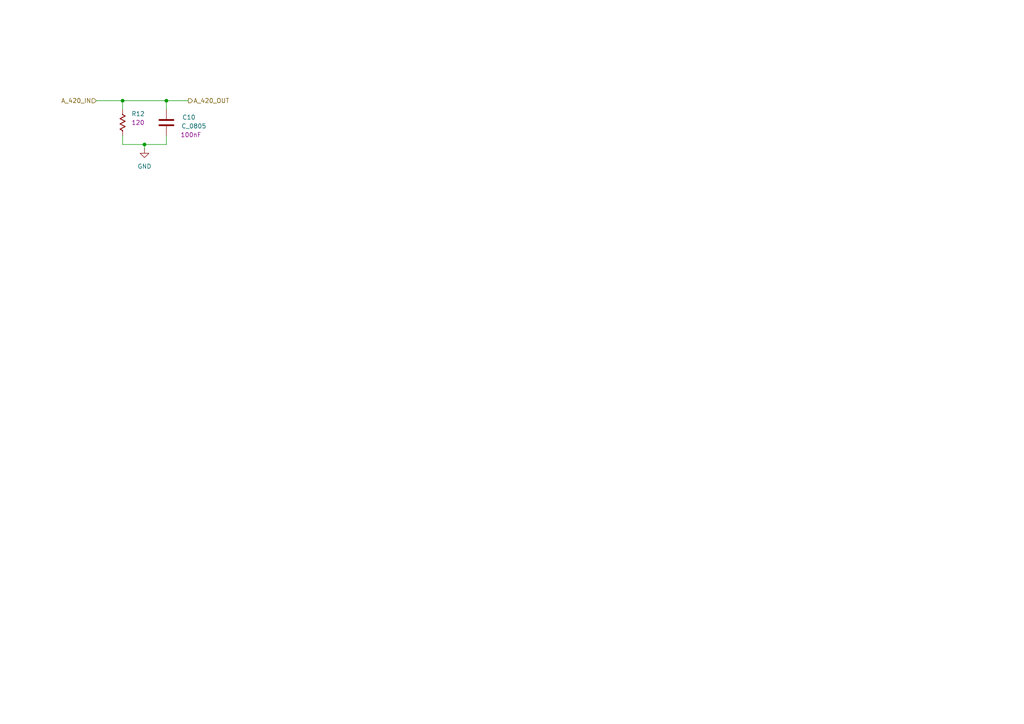
<source format=kicad_sch>
(kicad_sch (version 20250114) (generator "eeschema") (generator_version "9.0")
  (paper "A4")
  (lib_symbols
    (symbol "PCM_Capacitor_AKL:C_0805" (pin_numbers (hide yes)) (pin_names (offset 0.254))
      (property "Reference" "C" (at 0.635 2.54 0))
      (property "Value" "C_0805" (at 0.635 -2.54 0))
      (symbol "C_0805_0_1"
        (polyline (pts (xy -2.032 0.762) (xy 2.032 0.762)) (stroke (width 0.508)))
        (polyline (pts (xy -2.032 -0.762) (xy 2.032 -0.762)) (stroke (width 0.508)))
      )
      (symbol "C_0805_0_2"
        (polyline (pts (xy -2.54 -2.54) (xy -0.381 -0.381)))
        (polyline (pts (xy -0.508 -0.508) (xy -1.651 0.635)) (stroke (width 0.508)))
        (polyline (pts (xy -0.508 -0.508) (xy 0.635 -1.651)) (stroke (width 0.508)))
        (polyline (pts (xy 0.381 0.381) (xy 2.54 2.54)))
        (polyline (pts (xy 0.508 0.508) (xy -0.635 1.651)) (stroke (width 0.508)))
        (polyline (pts (xy 0.508 0.508) (xy 1.651 -0.635)) (stroke (width 0.508)))
      )
      (symbol "C_0805_1_1"
        (pin passive line (at 0 3.81 270) (length 2.794) (name "~") (number "1"))
        (pin passive line (at 0 -3.81 90) (length 2.794) (name "~") (number "2"))
      )
      (symbol "C_0805_1_2"
        (pin passive line (at -2.54 -2.54 90) (length 0) (name "~") (number "2"))
        (pin passive line (at 2.54 2.54 270) (length 0) (name "~") (number "1"))
      )
    )
    (symbol "PCM_Resistor_US_AKL:R_0603" (pin_numbers (hide yes)) (pin_names (offset 0))
      (property "Reference" "R" (at 2.54 1.27 0))
      (property "Value" "R_0603" (at 2.54 -1.27 0))
      (symbol "R_0603_0_1"
        (polyline (pts (xy 0 2.286) (xy 0 2.54)) (stroke (width 0.254)))
        (polyline (pts (xy 0 2.286) (xy 0.762 1.905) (xy -0.762 1.143) (xy 0 0.762) (xy 0.762 0.381) (xy 0 0) (xy -0.762 -0.381) (xy 0 -0.762) (xy 0.762 -1.143) (xy 0 -1.524) (xy -0.762 -1.905) (xy 0 -2.286)) (stroke (width 0.254)))
        (polyline (pts (xy 0 -2.286) (xy 0 -2.54)) (stroke (width 0.254)))
      )
      (symbol "R_0603_0_2"
        (polyline (pts (xy -2.54 -2.54) (xy -1.778 -1.778)))
        (polyline (pts (xy -1.778 -1.778) (xy -1.524 -1.524)) (stroke (width 0.254)))
        (polyline (pts (xy -1.524 -1.524) (xy -1.778 -0.762) (xy -1.016 -1.016)) (stroke (width 0.254)))
        (polyline (pts (xy -0.508 -0.508) (xy -0.762 0.254) (xy 0 0)) (stroke (width 0.254)))
        (polyline (pts (xy -0.508 -0.508) (xy -0.254 -1.27) (xy -1.016 -1.016)) (stroke (width 0.254)))
        (polyline (pts (xy 0.508 0.508) (xy 0.254 1.27) (xy 1.016 1.016)) (stroke (width 0.254)))
        (polyline (pts (xy 0.508 0.508) (xy 0.762 -0.254) (xy 0 0)) (stroke (width 0.254)))
        (polyline (pts (xy 1.524 1.524) (xy 1.778 0.762) (xy 1.016 1.016)) (stroke (width 0.254)))
        (polyline (pts (xy 1.778 1.778) (xy 1.524 1.524)) (stroke (width 0.254)))
        (polyline (pts (xy 1.778 1.778) (xy 2.54 2.54)))
      )
      (symbol "R_0603_1_1"
        (pin passive line (at 0 3.81 270) (length 1.27) (name "~") (number "1"))
        (pin passive line (at 0 -3.81 90) (length 1.27) (name "~") (number "2"))
      )
      (symbol "R_0603_1_2"
        (pin passive line (at -2.54 -2.54 0) (length 0) (name "") (number "2"))
        (pin passive line (at 2.54 2.54 180) (length 0) (name "") (number "1"))
      )
    )
    (symbol "power:GND" (power) (pin_numbers (hide yes)) (pin_names (offset 0) (hide yes))
      (property "Value" "GND" (at 0 -3.81 0))
      (symbol "GND_0_1"
        (polyline (pts (xy 0 0) (xy 0 -1.27) (xy 1.27 -1.27) (xy 0 -2.54) (xy -1.27 -1.27) (xy 0 -1.27)))
      )
      (symbol "GND_1_1"
        (pin power_in line (at 0 0 270) (length 0) (name "~") (number "1"))
      )
    )
  )
  (junction (at 48.26 29.21))
  (junction (at 41.91 41.91))
  (junction (at 35.56 29.21))
  (wire (pts (xy 35.56 29.21) (xy 35.56 31.75)))
  (wire (pts (xy 41.91 41.91) (xy 41.91 43.18)))
  (wire (pts (xy 48.26 41.91) (xy 48.26 39.37)))
  (wire (pts (xy 27.94 29.21) (xy 35.56 29.21)))
  (wire (pts (xy 35.56 41.91) (xy 41.91 41.91)))
  (wire (pts (xy 35.56 29.21) (xy 48.26 29.21)))
  (wire (pts (xy 48.26 29.21) (xy 54.61 29.21)))
  (wire (pts (xy 48.26 29.21) (xy 48.26 31.75)))
  (wire (pts (xy 35.56 39.37) (xy 35.56 41.91)))
  (wire (pts (xy 41.91 41.91) (xy 48.26 41.91)))
  (hierarchical_label "A_420_OUT" (shape output) (at 54.61 29.21 0))
  (hierarchical_label "A_420_IN" (shape input) (at 27.94 29.21 180))
  (symbol (lib_id "PCM_Resistor_US_AKL:R_0603") (at 35.56 35.56 180) (unit 1)
    (property "Reference" "R12" (at 38.1 33.0199 0) (effects (justify right)))
    (property "Value" "R_0603" (effects (hide yes)))
    (property "Footprint" "PCM_Resistor_SMD_AKL:R_0603_1608Metric" (effects (hide yes)))
    (property "Datasheet" "1K" (effects (hide yes)))
    (property "Description" "SMD 0603 Chip Resistor, US Symbol, Alternate KiCad Library" (effects (hide yes)))
    (property "Field5" "120" (at 38.1 35.56 0) (effects (justify right)))
  )
  (symbol (lib_id "power:GND") (at 41.91 43.18 0) (unit 1)
    (property "Reference" "#PWR024" (effects (hide yes)))
    (property "Value" "GND" (at 41.91 48.26 0))
    (property "Description" "Power symbol creates a global label with name \"GND\" , ground" (effects (hide yes)))
  )
  (symbol (lib_id "PCM_Capacitor_AKL:C_0805") (at 48.26 35.56 0) (unit 1)
    (property "Reference" "C10" (at 52.832 34.036 0) (effects (justify left)))
    (property "Value" "C_0805" (at 52.578 36.576 0) (effects (justify left)))
    (property "Footprint" "PCM_Capacitor_SMD_AKL:C_0805_2012Metric" (effects (hide yes)))
    (property "Description" "SMD 0805 MLCC capacitor, Alternate KiCad Library" (effects (hide yes)))
    (property "Capacidad" "100nF" (at 55.372 39.116 0))
  )
)
</source>
